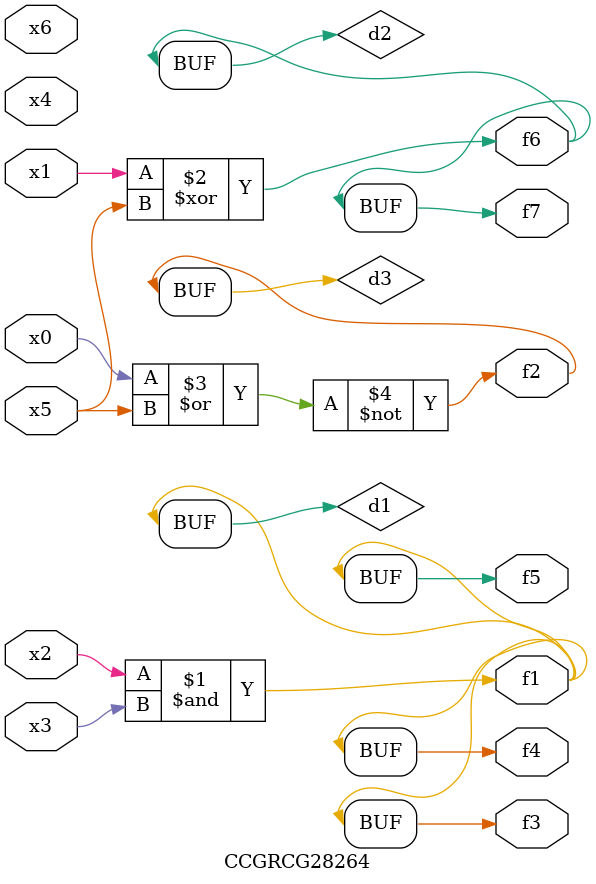
<source format=v>
module CCGRCG28264(
	input x0, x1, x2, x3, x4, x5, x6,
	output f1, f2, f3, f4, f5, f6, f7
);

	wire d1, d2, d3;

	and (d1, x2, x3);
	xor (d2, x1, x5);
	nor (d3, x0, x5);
	assign f1 = d1;
	assign f2 = d3;
	assign f3 = d1;
	assign f4 = d1;
	assign f5 = d1;
	assign f6 = d2;
	assign f7 = d2;
endmodule

</source>
